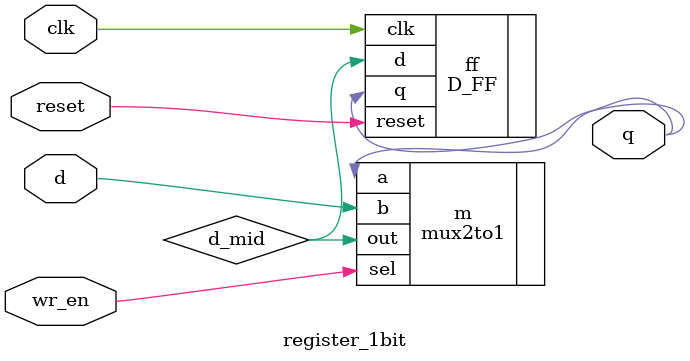
<source format=sv>

module register_1bit (d, q, wr_en, reset, clk);
	input logic d;
	output logic q;
	input logic wr_en, reset, clk;
	
	logic d_mid;
	
	mux2to1 m (.a(q), .b(d), .sel(wr_en), .out(d_mid));
	
	D_FF ff (.q(q),  .d(d_mid), .reset, .clk);
endmodule
</source>
